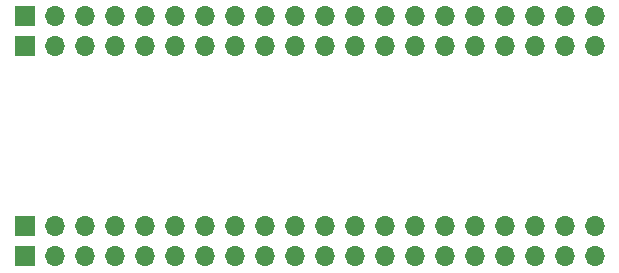
<source format=gbr>
%TF.GenerationSoftware,KiCad,Pcbnew,7.0.2*%
%TF.CreationDate,2023-06-15T20:21:22+09:00*%
%TF.ProjectId,TangNano5V,54616e67-4e61-46e6-9f35-562e6b696361,rev?*%
%TF.SameCoordinates,Original*%
%TF.FileFunction,Soldermask,Bot*%
%TF.FilePolarity,Negative*%
%FSLAX46Y46*%
G04 Gerber Fmt 4.6, Leading zero omitted, Abs format (unit mm)*
G04 Created by KiCad (PCBNEW 7.0.2) date 2023-06-15 20:21:22*
%MOMM*%
%LPD*%
G01*
G04 APERTURE LIST*
%ADD10R,1.700000X1.700000*%
%ADD11O,1.700000X1.700000*%
G04 APERTURE END LIST*
D10*
%TO.C,J2*%
X2540000Y-2540000D03*
D11*
X5080000Y-2540000D03*
X7620000Y-2540000D03*
X10160000Y-2540000D03*
X12700000Y-2540000D03*
X15240000Y-2540000D03*
X17780000Y-2540000D03*
X20320000Y-2540000D03*
X22860000Y-2540000D03*
X25400000Y-2540000D03*
X27940000Y-2540000D03*
X30480000Y-2540000D03*
X33020000Y-2540000D03*
X35560000Y-2540000D03*
X38100000Y-2540000D03*
X40640000Y-2540000D03*
X43180000Y-2540000D03*
X45720000Y-2540000D03*
X48260000Y-2540000D03*
X50800000Y-2540000D03*
%TD*%
D10*
%TO.C,J1*%
X2540000Y-22860000D03*
D11*
X5080000Y-22860000D03*
X7620000Y-22860000D03*
X10160000Y-22860000D03*
X12700000Y-22860000D03*
X15240000Y-22860000D03*
X17780000Y-22860000D03*
X20320000Y-22860000D03*
X22860000Y-22860000D03*
X25400000Y-22860000D03*
X27940000Y-22860000D03*
X30480000Y-22860000D03*
X33020000Y-22860000D03*
X35560000Y-22860000D03*
X38100000Y-22860000D03*
X40640000Y-22860000D03*
X43180000Y-22860000D03*
X45720000Y-22860000D03*
X48260000Y-22860000D03*
X50800000Y-22860000D03*
%TD*%
D10*
%TO.C,J4*%
X2540000Y-5080000D03*
D11*
X5080000Y-5080000D03*
X7620000Y-5080000D03*
X10160000Y-5080000D03*
X12700000Y-5080000D03*
X15240000Y-5080000D03*
X17780000Y-5080000D03*
X20320000Y-5080000D03*
X22860000Y-5080000D03*
X25400000Y-5080000D03*
X27940000Y-5080000D03*
X30480000Y-5080000D03*
X33020000Y-5080000D03*
X35560000Y-5080000D03*
X38100000Y-5080000D03*
X40640000Y-5080000D03*
X43180000Y-5080000D03*
X45720000Y-5080000D03*
X48260000Y-5080000D03*
X50800000Y-5080000D03*
%TD*%
D10*
%TO.C,J3*%
X2540000Y-20320000D03*
D11*
X5080000Y-20320000D03*
X7620000Y-20320000D03*
X10160000Y-20320000D03*
X12700000Y-20320000D03*
X15240000Y-20320000D03*
X17780000Y-20320000D03*
X20320000Y-20320000D03*
X22860000Y-20320000D03*
X25400000Y-20320000D03*
X27940000Y-20320000D03*
X30480000Y-20320000D03*
X33020000Y-20320000D03*
X35560000Y-20320000D03*
X38100000Y-20320000D03*
X40640000Y-20320000D03*
X43180000Y-20320000D03*
X45720000Y-20320000D03*
X48260000Y-20320000D03*
X50800000Y-20320000D03*
%TD*%
M02*

</source>
